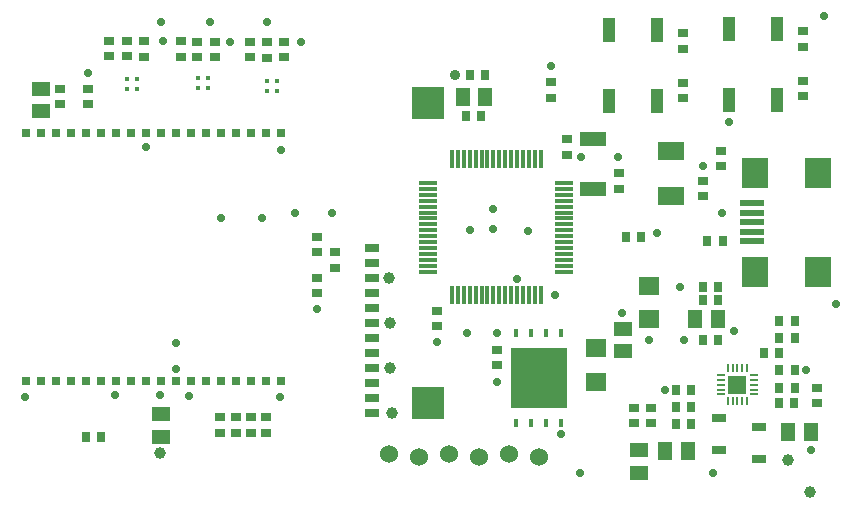
<source format=gts>
G75*
%MOIN*%
%OFA0B0*%
%FSLAX25Y25*%
%IPPOS*%
%LPD*%
%AMOC8*
5,1,8,0,0,1.08239X$1,22.5*
%
%ADD10R,0.02559X0.03150*%
%ADD11R,0.05906X0.01181*%
%ADD12R,0.01181X0.05906*%
%ADD13R,0.02756X0.00787*%
%ADD14R,0.00787X0.02756*%
%ADD15R,0.06496X0.06496*%
%ADD16R,0.08661X0.09843*%
%ADD17R,0.07874X0.01969*%
%ADD18R,0.03937X0.07874*%
%ADD19R,0.01772X0.01772*%
%ADD20R,0.10950X0.10950*%
%ADD21C,0.06000*%
%ADD22R,0.05118X0.05906*%
%ADD23R,0.02756X0.03543*%
%ADD24R,0.03543X0.02756*%
%ADD25R,0.05906X0.05118*%
%ADD26R,0.04724X0.02559*%
%ADD27R,0.19000X0.20000*%
%ADD28R,0.01400X0.03000*%
%ADD29R,0.09055X0.06299*%
%ADD30R,0.08661X0.05118*%
%ADD31R,0.05000X0.02500*%
%ADD32R,0.07098X0.06299*%
%ADD33C,0.02800*%
%ADD34C,0.03962*%
%ADD35C,0.03569*%
D10*
X0119213Y0126339D03*
X0114213Y0126339D03*
X0109213Y0126339D03*
X0104213Y0126339D03*
X0099213Y0126339D03*
X0094213Y0126339D03*
X0089213Y0126339D03*
X0084213Y0126339D03*
X0079213Y0126339D03*
X0074213Y0126339D03*
X0069213Y0126339D03*
X0064213Y0126339D03*
X0059213Y0126339D03*
X0054213Y0126339D03*
X0049213Y0126339D03*
X0044213Y0126339D03*
X0039213Y0126339D03*
X0034213Y0126339D03*
X0034213Y0043661D03*
X0039213Y0043661D03*
X0044213Y0043661D03*
X0049213Y0043661D03*
X0054213Y0043661D03*
X0059213Y0043661D03*
X0064213Y0043661D03*
X0069213Y0043661D03*
X0074213Y0043661D03*
X0079213Y0043661D03*
X0084213Y0043661D03*
X0089213Y0043661D03*
X0094213Y0043661D03*
X0099213Y0043661D03*
X0104213Y0043661D03*
X0109213Y0043661D03*
X0114213Y0043661D03*
X0119213Y0043661D03*
D11*
X0168462Y0109764D03*
X0168462Y0107795D03*
X0168462Y0105827D03*
X0168462Y0103858D03*
X0168462Y0101890D03*
X0168462Y0099921D03*
X0168462Y0097953D03*
X0168462Y0095984D03*
X0168462Y0094016D03*
X0168462Y0092047D03*
X0168462Y0090079D03*
X0168462Y0088110D03*
X0168462Y0086142D03*
X0168462Y0084173D03*
X0168462Y0082205D03*
X0168462Y0080236D03*
X0213738Y0080236D03*
X0213738Y0082205D03*
X0213738Y0084173D03*
X0213738Y0086142D03*
X0213738Y0088110D03*
X0213738Y0090079D03*
X0213738Y0092047D03*
X0213738Y0094016D03*
X0213738Y0095984D03*
X0213738Y0097953D03*
X0213738Y0099921D03*
X0213738Y0101890D03*
X0213738Y0103858D03*
X0213738Y0105827D03*
X0213738Y0107795D03*
X0213738Y0109764D03*
D12*
X0176336Y0072362D03*
X0178305Y0072362D03*
X0180273Y0072362D03*
X0182242Y0072362D03*
X0184210Y0072362D03*
X0186179Y0072362D03*
X0188147Y0072362D03*
X0190116Y0072362D03*
X0192084Y0072362D03*
X0194053Y0072362D03*
X0196021Y0072362D03*
X0197990Y0072362D03*
X0199958Y0072362D03*
X0201927Y0072362D03*
X0203895Y0072362D03*
X0205864Y0072362D03*
X0205864Y0117638D03*
X0203895Y0117638D03*
X0201927Y0117638D03*
X0199958Y0117638D03*
X0197990Y0117638D03*
X0196021Y0117638D03*
X0194053Y0117638D03*
X0192084Y0117638D03*
X0190116Y0117638D03*
X0188147Y0117638D03*
X0186179Y0117638D03*
X0184210Y0117638D03*
X0182242Y0117638D03*
X0180273Y0117638D03*
X0178305Y0117638D03*
X0176336Y0117638D03*
D13*
X0265988Y0045650D03*
X0265988Y0044075D03*
X0265988Y0042500D03*
X0265988Y0040925D03*
X0265988Y0039350D03*
X0277012Y0039350D03*
X0277012Y0040925D03*
X0277012Y0042500D03*
X0277012Y0044075D03*
X0277012Y0045650D03*
D14*
X0268350Y0036988D03*
X0269925Y0036988D03*
X0271500Y0036988D03*
X0273075Y0036988D03*
X0274650Y0036988D03*
X0274650Y0048012D03*
X0273075Y0048012D03*
X0271500Y0048012D03*
X0269925Y0048012D03*
X0268350Y0048012D03*
D15*
X0271500Y0042500D03*
D16*
X0277326Y0080165D03*
X0277326Y0113235D03*
X0298192Y0080165D03*
X0298192Y0113235D03*
D17*
X0276342Y0090401D03*
X0276342Y0093550D03*
X0276342Y0096700D03*
X0276342Y0099850D03*
X0276342Y0102999D03*
D18*
X0268588Y0137589D03*
X0284612Y0137589D03*
X0268588Y0161211D03*
X0284612Y0161211D03*
X0228688Y0137089D03*
X0244712Y0137089D03*
X0228688Y0160711D03*
X0244712Y0160711D03*
D19*
X0071473Y0141127D03*
X0068127Y0141127D03*
X0068127Y0144473D03*
X0071473Y0144473D03*
X0094873Y0141327D03*
X0091527Y0141327D03*
X0091527Y0144673D03*
X0094873Y0144673D03*
X0118073Y0140427D03*
X0114727Y0140427D03*
X0114727Y0143773D03*
X0118073Y0143773D03*
D20*
X0168400Y0036300D03*
X0168400Y0136300D03*
D21*
X0155300Y0019500D03*
X0165300Y0018500D03*
X0175300Y0019500D03*
X0185300Y0018500D03*
X0195300Y0019500D03*
X0205300Y0018500D03*
D22*
X0264840Y0064600D03*
X0257360Y0064600D03*
X0247460Y0020600D03*
X0254940Y0020600D03*
X0179960Y0138600D03*
X0187440Y0138600D03*
X0288360Y0026700D03*
X0295840Y0026700D03*
D23*
X0285441Y0063800D03*
X0290559Y0063800D03*
X0256159Y0035100D03*
X0251041Y0035100D03*
X0280341Y0053100D03*
X0285459Y0053100D03*
X0264959Y0057600D03*
X0259841Y0057600D03*
X0265059Y0070700D03*
X0259941Y0070700D03*
X0259941Y0075100D03*
X0265059Y0075100D03*
X0256159Y0029400D03*
X0251041Y0029400D03*
X0251041Y0040900D03*
X0256159Y0040900D03*
X0290559Y0041400D03*
X0285441Y0041400D03*
X0290559Y0047500D03*
X0285441Y0047500D03*
X0290459Y0036300D03*
X0285341Y0036300D03*
X0290559Y0058100D03*
X0285441Y0058100D03*
X0239359Y0091700D03*
X0234241Y0091700D03*
X0182341Y0145900D03*
X0187459Y0145900D03*
X0181041Y0132000D03*
X0186159Y0132000D03*
X0054241Y0025200D03*
X0059359Y0025200D03*
X0261441Y0090400D03*
X0266559Y0090400D03*
D24*
X0298000Y0041459D03*
X0298000Y0036341D03*
X0137300Y0086659D03*
X0137300Y0081541D03*
X0131300Y0091759D03*
X0131300Y0086641D03*
X0209500Y0143359D03*
X0209500Y0138241D03*
X0131300Y0072941D03*
X0131300Y0078059D03*
X0171500Y0062041D03*
X0171500Y0067159D03*
X0191500Y0048941D03*
X0191500Y0054059D03*
X0114300Y0031659D03*
X0114300Y0026541D03*
X0109200Y0031659D03*
X0109200Y0026541D03*
X0104200Y0031659D03*
X0104200Y0026541D03*
X0099000Y0031659D03*
X0099000Y0026541D03*
X0054900Y0141159D03*
X0054900Y0136041D03*
X0045700Y0141159D03*
X0045700Y0136041D03*
X0253400Y0154541D03*
X0253400Y0159659D03*
X0253400Y0138141D03*
X0253400Y0143259D03*
X0293300Y0155241D03*
X0293300Y0160359D03*
X0293200Y0138641D03*
X0293200Y0143759D03*
X0114800Y0156659D03*
X0114800Y0151541D03*
X0120400Y0156759D03*
X0120400Y0151641D03*
X0109000Y0156759D03*
X0109000Y0151641D03*
X0091500Y0156859D03*
X0091500Y0151741D03*
X0097300Y0156759D03*
X0097300Y0151641D03*
X0085900Y0156959D03*
X0085900Y0151841D03*
X0068100Y0157059D03*
X0068100Y0151941D03*
X0073800Y0156959D03*
X0073800Y0151841D03*
X0062000Y0157059D03*
X0062000Y0151941D03*
X0266000Y0115341D03*
X0266000Y0120459D03*
X0259900Y0110559D03*
X0259900Y0105441D03*
X0214600Y0119241D03*
X0214600Y0124359D03*
X0231900Y0112959D03*
X0231900Y0107841D03*
X0237000Y0029641D03*
X0237000Y0034759D03*
X0242700Y0029641D03*
X0242700Y0034759D03*
D25*
X0233200Y0061140D03*
X0233200Y0053660D03*
X0039200Y0141240D03*
X0039200Y0133760D03*
X0079200Y0032740D03*
X0079200Y0025260D03*
X0238800Y0013260D03*
X0238800Y0020740D03*
D26*
X0265200Y0031513D03*
X0265200Y0020687D03*
X0278700Y0028513D03*
X0278700Y0017687D03*
D27*
X0205200Y0044900D03*
D28*
X0197700Y0029900D03*
X0202700Y0029900D03*
X0207700Y0029900D03*
X0212700Y0029900D03*
X0212700Y0059900D03*
X0207700Y0059900D03*
X0202700Y0059900D03*
X0197700Y0059900D03*
D29*
X0249400Y0105420D03*
X0249400Y0120380D03*
D30*
X0223500Y0124368D03*
X0223500Y0107832D03*
D31*
X0149600Y0088100D03*
X0149600Y0083100D03*
X0149600Y0078100D03*
X0149600Y0073100D03*
X0149600Y0068100D03*
X0149600Y0063100D03*
X0149600Y0058100D03*
X0149600Y0053100D03*
X0149600Y0048100D03*
X0149600Y0043100D03*
X0149600Y0038100D03*
X0149600Y0033100D03*
D32*
X0242100Y0075598D03*
X0242100Y0064402D03*
X0224200Y0054698D03*
X0224200Y0043502D03*
D33*
X0252400Y0075200D03*
X0033900Y0038500D03*
X0063900Y0039000D03*
X0079100Y0039000D03*
X0119000Y0038300D03*
X0088700Y0038900D03*
X0054900Y0146500D03*
X0119200Y0120700D03*
X0244600Y0093100D03*
X0266500Y0099900D03*
X0074300Y0121900D03*
X0182300Y0094000D03*
X0201600Y0093900D03*
X0209500Y0148900D03*
X0260000Y0115300D03*
X0219400Y0118500D03*
X0231800Y0118500D03*
X0131300Y0067700D03*
X0171500Y0056900D03*
X0268600Y0130200D03*
X0212700Y0026100D03*
X0191500Y0043400D03*
X0294300Y0047500D03*
X0296000Y0020700D03*
X0247200Y0040900D03*
X0270300Y0060600D03*
X0232900Y0066300D03*
X0084300Y0056300D03*
X0084300Y0047900D03*
X0263500Y0013200D03*
X0219100Y0013200D03*
X0099200Y0098100D03*
X0112900Y0098100D03*
X0136300Y0099800D03*
X0123900Y0099800D03*
X0079900Y0157200D03*
X0126000Y0156759D03*
X0102500Y0156759D03*
X0079300Y0163400D03*
X0095800Y0163400D03*
X0114800Y0163300D03*
X0190100Y0094600D03*
X0190100Y0101000D03*
X0191500Y0059700D03*
X0181500Y0059700D03*
X0304300Y0069400D03*
X0300500Y0165400D03*
X0242100Y0057500D03*
X0253700Y0057600D03*
X0210800Y0072500D03*
X0198000Y0077900D03*
D34*
X0271500Y0042500D03*
X0155400Y0078100D03*
X0155800Y0063100D03*
X0156400Y0033000D03*
X0155800Y0048100D03*
X0288300Y0017600D03*
X0079100Y0019700D03*
X0295600Y0006800D03*
D35*
X0177500Y0145900D03*
M02*

</source>
